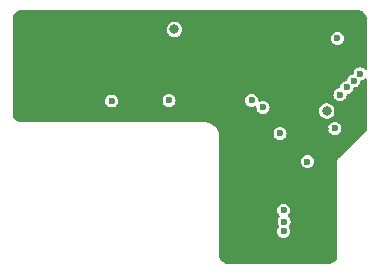
<source format=gbr>
%TF.GenerationSoftware,KiCad,Pcbnew,6.99.0-1.20221101gitf80c150.fc36*%
%TF.CreationDate,2022-11-28T17:43:37+00:00*%
%TF.ProjectId,bugg-mic-r4,62756767-2d6d-4696-932d-72342e6b6963,rev?*%
%TF.SameCoordinates,Original*%
%TF.FileFunction,Copper,L3,Inr*%
%TF.FilePolarity,Positive*%
%FSLAX46Y46*%
G04 Gerber Fmt 4.6, Leading zero omitted, Abs format (unit mm)*
G04 Created by KiCad (PCBNEW 6.99.0-1.20221101gitf80c150.fc36) date 2022-11-28 17:43:37*
%MOMM*%
%LPD*%
G01*
G04 APERTURE LIST*
%TA.AperFunction,ComponentPad*%
%ADD10C,0.500000*%
%TD*%
%TA.AperFunction,ViaPad*%
%ADD11C,0.600000*%
%TD*%
%TA.AperFunction,ViaPad*%
%ADD12C,0.800000*%
%TD*%
G04 APERTURE END LIST*
D10*
%TO.N,GND*%
%TO.C,U301*%
X14675000Y-325000D03*
X13600000Y-325000D03*
X12525000Y-325000D03*
X14675000Y-1400000D03*
X13600000Y-1400000D03*
X12525000Y-1400000D03*
X14675000Y-2475000D03*
X13600000Y-2475000D03*
X12525000Y-2475000D03*
%TD*%
D11*
%TO.N,GND*%
X-600000Y-3450000D03*
D12*
X15600000Y-5350000D03*
D11*
X500000Y-3450000D03*
X11750000Y-14700000D03*
X13700000Y-4400000D03*
X12950000Y2000000D03*
X11750000Y-15300000D03*
X16000000Y4350000D03*
X10550000Y1350000D03*
X-3050000Y4100000D03*
X15950000Y550000D03*
X18550000Y4000000D03*
X11455944Y-7673746D03*
X4000000Y4200000D03*
X11450000Y-3550000D03*
X10950000Y4050000D03*
%TO.N,+3V3*%
X16750000Y2350000D03*
X14200000Y-8100000D03*
D12*
X2950000Y3100000D03*
X15850000Y-3800000D03*
D11*
X11900000Y-5700000D03*
%TO.N,/SDOUT*%
X17550000Y-1800000D03*
X12200000Y-14000000D03*
%TO.N,/BCLK*%
X18133725Y-1252932D03*
X12241949Y-13158051D03*
%TO.N,/FSYNC*%
X18674709Y-663564D03*
X12200000Y-12200000D03*
%TO.N,Net-(U301-PDMDIN1_GPI1)*%
X-2350000Y-2950000D03*
X9500000Y-2900000D03*
%TO.N,Net-(U301-PDMCLK1_GPO1)*%
X2500000Y-2900000D03*
X10449991Y-3500009D03*
%TO.N,Net-(U301-GPIO1)*%
X16533051Y-5283051D03*
X16974627Y-2425373D03*
%TD*%
%TA.AperFunction,Conductor*%
%TO.N,GND*%
G36*
X18504843Y4749023D02*
G01*
X18518708Y4747657D01*
X18636517Y4736055D01*
X18655546Y4732270D01*
X18777492Y4695278D01*
X18795421Y4687851D01*
X18907798Y4627784D01*
X18923934Y4617002D01*
X19022438Y4536163D01*
X19036159Y4522443D01*
X19036164Y4522437D01*
X19117001Y4423937D01*
X19127783Y4407800D01*
X19187850Y4295423D01*
X19195277Y4277495D01*
X19232268Y4155551D01*
X19236054Y4136518D01*
X19249020Y4004875D01*
X19249497Y3995171D01*
X19249497Y3955832D01*
X19249499Y3955827D01*
X19249500Y3955815D01*
X19249500Y-216706D01*
X19230593Y-274897D01*
X19181093Y-310861D01*
X19119907Y-310861D01*
X19076420Y-280127D01*
X19075868Y-280679D01*
X19072656Y-277467D01*
X19071960Y-276975D01*
X19071287Y-276098D01*
X19071281Y-276092D01*
X19067330Y-270943D01*
X18952334Y-182703D01*
X18818418Y-127234D01*
X18811989Y-126388D01*
X18811987Y-126387D01*
X18681142Y-109161D01*
X18674709Y-108314D01*
X18668276Y-109161D01*
X18537431Y-126387D01*
X18537429Y-126388D01*
X18531000Y-127234D01*
X18397084Y-182703D01*
X18282088Y-270943D01*
X18193848Y-385939D01*
X18138379Y-519855D01*
X18137533Y-526284D01*
X18137532Y-526286D01*
X18124552Y-624880D01*
X18098211Y-680105D01*
X18039322Y-710111D01*
X18021933Y-712400D01*
X17996447Y-715755D01*
X17996445Y-715756D01*
X17990016Y-716602D01*
X17856100Y-772071D01*
X17741104Y-860311D01*
X17652864Y-975307D01*
X17597395Y-1109223D01*
X17593281Y-1140474D01*
X17589989Y-1165476D01*
X17563648Y-1220700D01*
X17504759Y-1250706D01*
X17479817Y-1253990D01*
X17406291Y-1263670D01*
X17272375Y-1319139D01*
X17157379Y-1407379D01*
X17069139Y-1522375D01*
X17013670Y-1656291D01*
X16996053Y-1790108D01*
X16995626Y-1793348D01*
X16969285Y-1848573D01*
X16910396Y-1878579D01*
X16837349Y-1888196D01*
X16837347Y-1888197D01*
X16830918Y-1889043D01*
X16697002Y-1944512D01*
X16582006Y-2032752D01*
X16493766Y-2147748D01*
X16438297Y-2281664D01*
X16437451Y-2288093D01*
X16437450Y-2288095D01*
X16427174Y-2366153D01*
X16419377Y-2425373D01*
X16438297Y-2569082D01*
X16493766Y-2702998D01*
X16582006Y-2817994D01*
X16697002Y-2906234D01*
X16830918Y-2961703D01*
X16837347Y-2962549D01*
X16837349Y-2962550D01*
X16968194Y-2979776D01*
X16974627Y-2980623D01*
X16981060Y-2979776D01*
X17111905Y-2962550D01*
X17111907Y-2962549D01*
X17118336Y-2961703D01*
X17252252Y-2906234D01*
X17367248Y-2817994D01*
X17455488Y-2702998D01*
X17510957Y-2569082D01*
X17529001Y-2432024D01*
X17555342Y-2376800D01*
X17614231Y-2346794D01*
X17687278Y-2337177D01*
X17687280Y-2337176D01*
X17693709Y-2336330D01*
X17827625Y-2280861D01*
X17942621Y-2192621D01*
X18030861Y-2077625D01*
X18086330Y-1943709D01*
X18093527Y-1889043D01*
X18093736Y-1887456D01*
X18120077Y-1832232D01*
X18178966Y-1802226D01*
X18203908Y-1798942D01*
X18277434Y-1789262D01*
X18411350Y-1733793D01*
X18526346Y-1645553D01*
X18614586Y-1530557D01*
X18670055Y-1396641D01*
X18683882Y-1291616D01*
X18710223Y-1236391D01*
X18769112Y-1206385D01*
X18786501Y-1204096D01*
X18811987Y-1200741D01*
X18811989Y-1200740D01*
X18818418Y-1199894D01*
X18952334Y-1144425D01*
X19067330Y-1056185D01*
X19071281Y-1051036D01*
X19071287Y-1051030D01*
X19071960Y-1050153D01*
X19072612Y-1049705D01*
X19075868Y-1046449D01*
X19076471Y-1047052D01*
X19122385Y-1015498D01*
X19183549Y-1017101D01*
X19232090Y-1054350D01*
X19249500Y-1110422D01*
X19249500Y-5305232D01*
X19230593Y-5363423D01*
X19220504Y-5375236D01*
X16847213Y-7748527D01*
X16832210Y-7760839D01*
X16819399Y-7769399D01*
X16784002Y-7822375D01*
X16764034Y-7852259D01*
X16744592Y-7950000D01*
X16746494Y-7959562D01*
X16747598Y-7965112D01*
X16749500Y-7984426D01*
X16749500Y-15995140D01*
X16749023Y-16004843D01*
X16736055Y-16136515D01*
X16732270Y-16155546D01*
X16732268Y-16155553D01*
X16695278Y-16277492D01*
X16687851Y-16295421D01*
X16627784Y-16407798D01*
X16617002Y-16423934D01*
X16536163Y-16522438D01*
X16522443Y-16536159D01*
X16462559Y-16585305D01*
X16423937Y-16617001D01*
X16407800Y-16627783D01*
X16295423Y-16687850D01*
X16277495Y-16695277D01*
X16155548Y-16732269D01*
X16136520Y-16736054D01*
X16022913Y-16747243D01*
X16004875Y-16749020D01*
X15995171Y-16749497D01*
X15955832Y-16749497D01*
X15955827Y-16749499D01*
X15955815Y-16749500D01*
X7504860Y-16749500D01*
X7495157Y-16749023D01*
X7481292Y-16747657D01*
X7363483Y-16736055D01*
X7344454Y-16732270D01*
X7222507Y-16695278D01*
X7204579Y-16687851D01*
X7092202Y-16627784D01*
X7076066Y-16617002D01*
X6977562Y-16536163D01*
X6963841Y-16522443D01*
X6882999Y-16423937D01*
X6872217Y-16407800D01*
X6812150Y-16295423D01*
X6804723Y-16277494D01*
X6804722Y-16277492D01*
X6767731Y-16155548D01*
X6763946Y-16136518D01*
X6750980Y-16004875D01*
X6750503Y-15995171D01*
X6750503Y-15955832D01*
X6750501Y-15955827D01*
X6750500Y-15955815D01*
X6750500Y-14000000D01*
X11644750Y-14000000D01*
X11663670Y-14143709D01*
X11719139Y-14277625D01*
X11807379Y-14392621D01*
X11922375Y-14480861D01*
X12056291Y-14536330D01*
X12062720Y-14537176D01*
X12062722Y-14537177D01*
X12193567Y-14554403D01*
X12200000Y-14555250D01*
X12206433Y-14554403D01*
X12337278Y-14537177D01*
X12337280Y-14537176D01*
X12343709Y-14536330D01*
X12477625Y-14480861D01*
X12592621Y-14392621D01*
X12680861Y-14277625D01*
X12736330Y-14143709D01*
X12755250Y-14000000D01*
X12736330Y-13856291D01*
X12680861Y-13722375D01*
X12676910Y-13717225D01*
X12676907Y-13717221D01*
X12638085Y-13666628D01*
X12617660Y-13608952D01*
X12638084Y-13546092D01*
X12680034Y-13491423D01*
X12722810Y-13435676D01*
X12778279Y-13301760D01*
X12797199Y-13158051D01*
X12778279Y-13014342D01*
X12722810Y-12880426D01*
X12634570Y-12765430D01*
X12629420Y-12761478D01*
X12601936Y-12740388D01*
X12567281Y-12689963D01*
X12568884Y-12628799D01*
X12590855Y-12593976D01*
X12592621Y-12592621D01*
X12680861Y-12477625D01*
X12736330Y-12343709D01*
X12755250Y-12200000D01*
X12736330Y-12056291D01*
X12680861Y-11922375D01*
X12592621Y-11807379D01*
X12477625Y-11719139D01*
X12343709Y-11663670D01*
X12337280Y-11662824D01*
X12337278Y-11662823D01*
X12206433Y-11645597D01*
X12200000Y-11644750D01*
X12193567Y-11645597D01*
X12062722Y-11662823D01*
X12062720Y-11662824D01*
X12056291Y-11663670D01*
X11922375Y-11719139D01*
X11807379Y-11807379D01*
X11719139Y-11922375D01*
X11663670Y-12056291D01*
X11644750Y-12200000D01*
X11663670Y-12343709D01*
X11719139Y-12477625D01*
X11807379Y-12592621D01*
X11812528Y-12596572D01*
X11812529Y-12596573D01*
X11840013Y-12617663D01*
X11874668Y-12668088D01*
X11873065Y-12729252D01*
X11851094Y-12764075D01*
X11849328Y-12765430D01*
X11761088Y-12880426D01*
X11705619Y-13014342D01*
X11686699Y-13158051D01*
X11705619Y-13301760D01*
X11761088Y-13435676D01*
X11765039Y-13440825D01*
X11765042Y-13440830D01*
X11803864Y-13491423D01*
X11824289Y-13549099D01*
X11803865Y-13611958D01*
X11719139Y-13722375D01*
X11663670Y-13856291D01*
X11644750Y-14000000D01*
X6750500Y-14000000D01*
X6750500Y-8100000D01*
X13644750Y-8100000D01*
X13663670Y-8243709D01*
X13719139Y-8377625D01*
X13807379Y-8492621D01*
X13922375Y-8580861D01*
X14056291Y-8636330D01*
X14062720Y-8637176D01*
X14062722Y-8637177D01*
X14193567Y-8654403D01*
X14200000Y-8655250D01*
X14206433Y-8654403D01*
X14337278Y-8637177D01*
X14337280Y-8637176D01*
X14343709Y-8636330D01*
X14477625Y-8580861D01*
X14592621Y-8492621D01*
X14680861Y-8377625D01*
X14736330Y-8243709D01*
X14755250Y-8100000D01*
X14740034Y-7984426D01*
X14737177Y-7962722D01*
X14737176Y-7962720D01*
X14736330Y-7956291D01*
X14680861Y-7822375D01*
X14592621Y-7707379D01*
X14477625Y-7619139D01*
X14343709Y-7563670D01*
X14337280Y-7562824D01*
X14337278Y-7562823D01*
X14206433Y-7545597D01*
X14200000Y-7544750D01*
X14193567Y-7545597D01*
X14062722Y-7562823D01*
X14062720Y-7562824D01*
X14056291Y-7563670D01*
X13922375Y-7619139D01*
X13807379Y-7707379D01*
X13719139Y-7822375D01*
X13663670Y-7956291D01*
X13662824Y-7962720D01*
X13662823Y-7962722D01*
X13659966Y-7984426D01*
X13644750Y-8100000D01*
X6750500Y-8100000D01*
X6750500Y-5901580D01*
X6719708Y-5707171D01*
X6717378Y-5700000D01*
X11344750Y-5700000D01*
X11345597Y-5706433D01*
X11360579Y-5820228D01*
X11363670Y-5843709D01*
X11419139Y-5977625D01*
X11507379Y-6092621D01*
X11622375Y-6180861D01*
X11756291Y-6236330D01*
X11762720Y-6237176D01*
X11762722Y-6237177D01*
X11893567Y-6254403D01*
X11900000Y-6255250D01*
X11906433Y-6254403D01*
X12037278Y-6237177D01*
X12037280Y-6237176D01*
X12043709Y-6236330D01*
X12177625Y-6180861D01*
X12292621Y-6092621D01*
X12380861Y-5977625D01*
X12436330Y-5843709D01*
X12439422Y-5820228D01*
X12454403Y-5706433D01*
X12455250Y-5700000D01*
X12439925Y-5583599D01*
X12437177Y-5562722D01*
X12437176Y-5562720D01*
X12436330Y-5556291D01*
X12380861Y-5422375D01*
X12292621Y-5307379D01*
X12260916Y-5283051D01*
X15977801Y-5283051D01*
X15978648Y-5289484D01*
X15995466Y-5417226D01*
X15996721Y-5426760D01*
X16052190Y-5560676D01*
X16140430Y-5675672D01*
X16255426Y-5763912D01*
X16389342Y-5819381D01*
X16395771Y-5820227D01*
X16395773Y-5820228D01*
X16526618Y-5837454D01*
X16533051Y-5838301D01*
X16539484Y-5837454D01*
X16670329Y-5820228D01*
X16670331Y-5820227D01*
X16676760Y-5819381D01*
X16810676Y-5763912D01*
X16925672Y-5675672D01*
X17013912Y-5560676D01*
X17069381Y-5426760D01*
X17070637Y-5417226D01*
X17087454Y-5289484D01*
X17088301Y-5283051D01*
X17084644Y-5255272D01*
X17070228Y-5145773D01*
X17070227Y-5145771D01*
X17069381Y-5139342D01*
X17013912Y-5005426D01*
X16925672Y-4890430D01*
X16810676Y-4802190D01*
X16676760Y-4746721D01*
X16670331Y-4745875D01*
X16670329Y-4745874D01*
X16539484Y-4728648D01*
X16533051Y-4727801D01*
X16526618Y-4728648D01*
X16395773Y-4745874D01*
X16395771Y-4745875D01*
X16389342Y-4746721D01*
X16255426Y-4802190D01*
X16140430Y-4890430D01*
X16052190Y-5005426D01*
X15996721Y-5139342D01*
X15995875Y-5145771D01*
X15995874Y-5145773D01*
X15981458Y-5255272D01*
X15977801Y-5283051D01*
X12260916Y-5283051D01*
X12177625Y-5219139D01*
X12043709Y-5163670D01*
X12037280Y-5162824D01*
X12037278Y-5162823D01*
X11906433Y-5145597D01*
X11900000Y-5144750D01*
X11893567Y-5145597D01*
X11762722Y-5162823D01*
X11762720Y-5162824D01*
X11756291Y-5163670D01*
X11622375Y-5219139D01*
X11507379Y-5307379D01*
X11419139Y-5422375D01*
X11363670Y-5556291D01*
X11362824Y-5562720D01*
X11362823Y-5562722D01*
X11360075Y-5583599D01*
X11344750Y-5700000D01*
X6717378Y-5700000D01*
X6710757Y-5679623D01*
X6660083Y-5523664D01*
X6660081Y-5523660D01*
X6658883Y-5519972D01*
X6657120Y-5516513D01*
X6657118Y-5516507D01*
X6571292Y-5348066D01*
X6571290Y-5348062D01*
X6569522Y-5344593D01*
X6546226Y-5312528D01*
X6456112Y-5188497D01*
X6453827Y-5185352D01*
X6314645Y-5046171D01*
X6187547Y-4953829D01*
X6158551Y-4932762D01*
X6158547Y-4932760D01*
X6155404Y-4930476D01*
X6086915Y-4895579D01*
X5983492Y-4842882D01*
X5983487Y-4842880D01*
X5980025Y-4841116D01*
X5976326Y-4839914D01*
X5796526Y-4781493D01*
X5796524Y-4781492D01*
X5792826Y-4780291D01*
X5695621Y-4764896D01*
X5602262Y-4750109D01*
X5602260Y-4750109D01*
X5598416Y-4749500D01*
X-9995140Y-4749500D01*
X-10004843Y-4749023D01*
X-10018708Y-4747657D01*
X-10136517Y-4736055D01*
X-10155546Y-4732270D01*
X-10277491Y-4695278D01*
X-10295420Y-4687851D01*
X-10407798Y-4627784D01*
X-10423934Y-4617003D01*
X-10445688Y-4599150D01*
X-10522441Y-4536161D01*
X-10536158Y-4522444D01*
X-10617000Y-4423937D01*
X-10627781Y-4407801D01*
X-10687848Y-4295423D01*
X-10695275Y-4277494D01*
X-10732267Y-4155549D01*
X-10736052Y-4136518D01*
X-10749020Y-4004846D01*
X-10749497Y-3995143D01*
X-10749497Y-3955833D01*
X-10749499Y-3955828D01*
X-10749500Y-3955816D01*
X-10749500Y-2950000D01*
X-2905250Y-2950000D01*
X-2904403Y-2956433D01*
X-2893759Y-3037278D01*
X-2886330Y-3093709D01*
X-2830861Y-3227625D01*
X-2742621Y-3342621D01*
X-2627625Y-3430861D01*
X-2493709Y-3486330D01*
X-2487280Y-3487176D01*
X-2487278Y-3487177D01*
X-2356433Y-3504403D01*
X-2350000Y-3505250D01*
X-2343567Y-3504403D01*
X-2212722Y-3487177D01*
X-2212720Y-3487176D01*
X-2206291Y-3486330D01*
X-2072375Y-3430861D01*
X-1957379Y-3342621D01*
X-1869139Y-3227625D01*
X-1813670Y-3093709D01*
X-1806240Y-3037278D01*
X-1795597Y-2956433D01*
X-1794750Y-2950000D01*
X-1801333Y-2900000D01*
X1944750Y-2900000D01*
X1945597Y-2906433D01*
X1960957Y-3023099D01*
X1963670Y-3043709D01*
X2019139Y-3177625D01*
X2107379Y-3292621D01*
X2222375Y-3380861D01*
X2356291Y-3436330D01*
X2362720Y-3437176D01*
X2362722Y-3437177D01*
X2493567Y-3454403D01*
X2500000Y-3455250D01*
X2506433Y-3454403D01*
X2637278Y-3437177D01*
X2637280Y-3437176D01*
X2643709Y-3436330D01*
X2777625Y-3380861D01*
X2892621Y-3292621D01*
X2980861Y-3177625D01*
X3036330Y-3043709D01*
X3039044Y-3023099D01*
X3054403Y-2906433D01*
X3055250Y-2900000D01*
X8944750Y-2900000D01*
X8945597Y-2906433D01*
X8960957Y-3023099D01*
X8963670Y-3043709D01*
X9019139Y-3177625D01*
X9107379Y-3292621D01*
X9222375Y-3380861D01*
X9356291Y-3436330D01*
X9362720Y-3437176D01*
X9362722Y-3437177D01*
X9493567Y-3454403D01*
X9500000Y-3455250D01*
X9506433Y-3454403D01*
X9637278Y-3437177D01*
X9637280Y-3437176D01*
X9643709Y-3436330D01*
X9759668Y-3388299D01*
X9820663Y-3383498D01*
X9872832Y-3415468D01*
X9896247Y-3471996D01*
X9895705Y-3492682D01*
X9895588Y-3493571D01*
X9895588Y-3493576D01*
X9894741Y-3500009D01*
X9913661Y-3643718D01*
X9969130Y-3777634D01*
X10057370Y-3892630D01*
X10172366Y-3980870D01*
X10306282Y-4036339D01*
X10312711Y-4037185D01*
X10312713Y-4037186D01*
X10443558Y-4054412D01*
X10449991Y-4055259D01*
X10456424Y-4054412D01*
X10587269Y-4037186D01*
X10587271Y-4037185D01*
X10593700Y-4036339D01*
X10727616Y-3980870D01*
X10842612Y-3892630D01*
X10913690Y-3800000D01*
X15194722Y-3800000D01*
X15213763Y-3956818D01*
X15215885Y-3962414D01*
X15215886Y-3962417D01*
X15267465Y-4098419D01*
X15269780Y-4104523D01*
X15359517Y-4234530D01*
X15408014Y-4277494D01*
X15473277Y-4335312D01*
X15473280Y-4335314D01*
X15477760Y-4339283D01*
X15483059Y-4342064D01*
X15483063Y-4342067D01*
X15612332Y-4409913D01*
X15612334Y-4409914D01*
X15617635Y-4412696D01*
X15623447Y-4414129D01*
X15623451Y-4414130D01*
X15765199Y-4449067D01*
X15765203Y-4449067D01*
X15771015Y-4450500D01*
X15928985Y-4450500D01*
X15934797Y-4449067D01*
X15934801Y-4449067D01*
X16076549Y-4414130D01*
X16076553Y-4414129D01*
X16082365Y-4412696D01*
X16087666Y-4409914D01*
X16087668Y-4409913D01*
X16216937Y-4342067D01*
X16216941Y-4342064D01*
X16222240Y-4339283D01*
X16226720Y-4335314D01*
X16226723Y-4335312D01*
X16291986Y-4277494D01*
X16340483Y-4234530D01*
X16430220Y-4104523D01*
X16432535Y-4098419D01*
X16484114Y-3962417D01*
X16484115Y-3962414D01*
X16486237Y-3956818D01*
X16505278Y-3800000D01*
X16486237Y-3643182D01*
X16484002Y-3637287D01*
X16432343Y-3501074D01*
X16432342Y-3501072D01*
X16430220Y-3495477D01*
X16422193Y-3483847D01*
X16374994Y-3415468D01*
X16340483Y-3365470D01*
X16281361Y-3313093D01*
X16226723Y-3264688D01*
X16226720Y-3264686D01*
X16222240Y-3260717D01*
X16216941Y-3257936D01*
X16216937Y-3257933D01*
X16087668Y-3190087D01*
X16087666Y-3190086D01*
X16082365Y-3187304D01*
X16076553Y-3185871D01*
X16076549Y-3185870D01*
X15934801Y-3150933D01*
X15934797Y-3150933D01*
X15928985Y-3149500D01*
X15771015Y-3149500D01*
X15765203Y-3150933D01*
X15765199Y-3150933D01*
X15623451Y-3185870D01*
X15623447Y-3185871D01*
X15617635Y-3187304D01*
X15612334Y-3190086D01*
X15612332Y-3190087D01*
X15483063Y-3257933D01*
X15483059Y-3257936D01*
X15477760Y-3260717D01*
X15473280Y-3264686D01*
X15473277Y-3264688D01*
X15418639Y-3313093D01*
X15359517Y-3365470D01*
X15325006Y-3415468D01*
X15277808Y-3483847D01*
X15269780Y-3495477D01*
X15267658Y-3501072D01*
X15267657Y-3501074D01*
X15215999Y-3637287D01*
X15213763Y-3643182D01*
X15194722Y-3800000D01*
X10913690Y-3800000D01*
X10930852Y-3777634D01*
X10986321Y-3643718D01*
X11005241Y-3500009D01*
X10996857Y-3436330D01*
X10987168Y-3362731D01*
X10987167Y-3362729D01*
X10986321Y-3356300D01*
X10930852Y-3222384D01*
X10842612Y-3107388D01*
X10727616Y-3019148D01*
X10593700Y-2963679D01*
X10587271Y-2962833D01*
X10587269Y-2962832D01*
X10456424Y-2945606D01*
X10449991Y-2944759D01*
X10443558Y-2945606D01*
X10312713Y-2962832D01*
X10312711Y-2962833D01*
X10306282Y-2963679D01*
X10190323Y-3011710D01*
X10129328Y-3016511D01*
X10077159Y-2984541D01*
X10053744Y-2928013D01*
X10054286Y-2907327D01*
X10054403Y-2906438D01*
X10054403Y-2906433D01*
X10055250Y-2900000D01*
X10043776Y-2812845D01*
X10037177Y-2762722D01*
X10037176Y-2762720D01*
X10036330Y-2756291D01*
X9980861Y-2622375D01*
X9892621Y-2507379D01*
X9777625Y-2419139D01*
X9643709Y-2363670D01*
X9637280Y-2362824D01*
X9637278Y-2362823D01*
X9506433Y-2345597D01*
X9500000Y-2344750D01*
X9493567Y-2345597D01*
X9362722Y-2362823D01*
X9362720Y-2362824D01*
X9356291Y-2363670D01*
X9222375Y-2419139D01*
X9107379Y-2507379D01*
X9019139Y-2622375D01*
X8963670Y-2756291D01*
X8962824Y-2762720D01*
X8962823Y-2762722D01*
X8956224Y-2812845D01*
X8944750Y-2900000D01*
X3055250Y-2900000D01*
X3043776Y-2812845D01*
X3037177Y-2762722D01*
X3037176Y-2762720D01*
X3036330Y-2756291D01*
X2980861Y-2622375D01*
X2892621Y-2507379D01*
X2777625Y-2419139D01*
X2643709Y-2363670D01*
X2637280Y-2362824D01*
X2637278Y-2362823D01*
X2506433Y-2345597D01*
X2500000Y-2344750D01*
X2493567Y-2345597D01*
X2362722Y-2362823D01*
X2362720Y-2362824D01*
X2356291Y-2363670D01*
X2222375Y-2419139D01*
X2107379Y-2507379D01*
X2019139Y-2622375D01*
X1963670Y-2756291D01*
X1962824Y-2762720D01*
X1962823Y-2762722D01*
X1956224Y-2812845D01*
X1944750Y-2900000D01*
X-1801333Y-2900000D01*
X-1813670Y-2806291D01*
X-1869139Y-2672375D01*
X-1957379Y-2557379D01*
X-2072375Y-2469139D01*
X-2206291Y-2413670D01*
X-2212720Y-2412824D01*
X-2212722Y-2412823D01*
X-2343567Y-2395597D01*
X-2350000Y-2394750D01*
X-2356433Y-2395597D01*
X-2487278Y-2412823D01*
X-2487280Y-2412824D01*
X-2493709Y-2413670D01*
X-2627625Y-2469139D01*
X-2742621Y-2557379D01*
X-2830861Y-2672375D01*
X-2886330Y-2806291D01*
X-2905250Y-2950000D01*
X-10749500Y-2950000D01*
X-10749500Y2350000D01*
X16194750Y2350000D01*
X16213670Y2206291D01*
X16269139Y2072375D01*
X16357379Y1957379D01*
X16472375Y1869139D01*
X16606291Y1813670D01*
X16612720Y1812824D01*
X16612722Y1812823D01*
X16743567Y1795597D01*
X16750000Y1794750D01*
X16756433Y1795597D01*
X16887278Y1812823D01*
X16887280Y1812824D01*
X16893709Y1813670D01*
X17027625Y1869139D01*
X17142621Y1957379D01*
X17230861Y2072375D01*
X17286330Y2206291D01*
X17305250Y2350000D01*
X17301593Y2377779D01*
X17287177Y2487278D01*
X17287176Y2487280D01*
X17286330Y2493709D01*
X17230861Y2627625D01*
X17142621Y2742621D01*
X17027625Y2830861D01*
X16893709Y2886330D01*
X16887280Y2887176D01*
X16887278Y2887177D01*
X16756433Y2904403D01*
X16750000Y2905250D01*
X16743567Y2904403D01*
X16612722Y2887177D01*
X16612720Y2887176D01*
X16606291Y2886330D01*
X16472375Y2830861D01*
X16357379Y2742621D01*
X16269139Y2627625D01*
X16213670Y2493709D01*
X16212824Y2487280D01*
X16212823Y2487278D01*
X16198407Y2377779D01*
X16194750Y2350000D01*
X-10749500Y2350000D01*
X-10749500Y3100000D01*
X2294722Y3100000D01*
X2313763Y2943182D01*
X2315885Y2937586D01*
X2315886Y2937583D01*
X2357859Y2826910D01*
X2369780Y2795477D01*
X2459517Y2665470D01*
X2496424Y2632774D01*
X2573277Y2564688D01*
X2573280Y2564686D01*
X2577760Y2560717D01*
X2583059Y2557936D01*
X2583063Y2557933D01*
X2712332Y2490087D01*
X2712334Y2490086D01*
X2717635Y2487304D01*
X2723447Y2485871D01*
X2723451Y2485870D01*
X2865199Y2450933D01*
X2865203Y2450933D01*
X2871015Y2449500D01*
X3028985Y2449500D01*
X3034797Y2450933D01*
X3034801Y2450933D01*
X3176549Y2485870D01*
X3176553Y2485871D01*
X3182365Y2487304D01*
X3187666Y2490086D01*
X3187668Y2490087D01*
X3316937Y2557933D01*
X3316941Y2557936D01*
X3322240Y2560717D01*
X3326720Y2564686D01*
X3326723Y2564688D01*
X3403576Y2632774D01*
X3440483Y2665470D01*
X3530220Y2795477D01*
X3542141Y2826910D01*
X3584114Y2937583D01*
X3584115Y2937586D01*
X3586237Y2943182D01*
X3605278Y3100000D01*
X3586237Y3256818D01*
X3530220Y3404523D01*
X3440483Y3534530D01*
X3381361Y3586907D01*
X3326723Y3635312D01*
X3326720Y3635314D01*
X3322240Y3639283D01*
X3316941Y3642064D01*
X3316937Y3642067D01*
X3187668Y3709913D01*
X3187666Y3709914D01*
X3182365Y3712696D01*
X3176553Y3714129D01*
X3176549Y3714130D01*
X3034801Y3749067D01*
X3034797Y3749067D01*
X3028985Y3750500D01*
X2871015Y3750500D01*
X2865203Y3749067D01*
X2865199Y3749067D01*
X2723451Y3714130D01*
X2723447Y3714129D01*
X2717635Y3712696D01*
X2712334Y3709914D01*
X2712332Y3709913D01*
X2583063Y3642067D01*
X2583059Y3642064D01*
X2577760Y3639283D01*
X2573280Y3635314D01*
X2573277Y3635312D01*
X2518638Y3586906D01*
X2459517Y3534530D01*
X2369780Y3404523D01*
X2313763Y3256818D01*
X2294722Y3100000D01*
X-10749500Y3100000D01*
X-10749500Y3995143D01*
X-10749023Y4004847D01*
X-10736055Y4136516D01*
X-10732270Y4155546D01*
X-10695277Y4277494D01*
X-10687851Y4295420D01*
X-10627784Y4407798D01*
X-10617003Y4423934D01*
X-10570972Y4480024D01*
X-10536161Y4522441D01*
X-10522444Y4536158D01*
X-10423937Y4617000D01*
X-10407801Y4627781D01*
X-10295423Y4687848D01*
X-10277494Y4695275D01*
X-10277484Y4695278D01*
X-10155549Y4732267D01*
X-10136520Y4736052D01*
X-10004846Y4749020D01*
X-9995143Y4749497D01*
X-9955833Y4749497D01*
X-9955828Y4749499D01*
X-9955816Y4749500D01*
X18495140Y4749500D01*
X18504843Y4749023D01*
G37*
%TD.AperFunction*%
%TD*%
M02*

</source>
